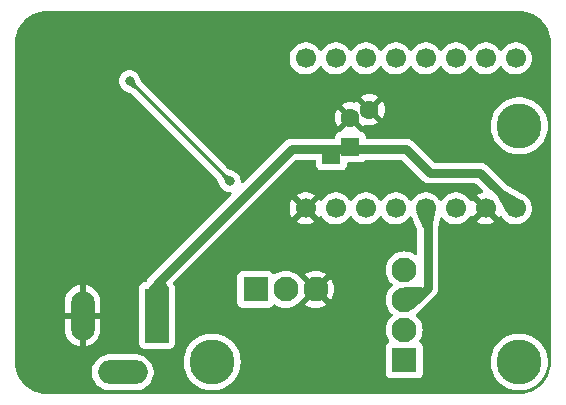
<source format=gbr>
%TF.GenerationSoftware,KiCad,Pcbnew,8.0.6*%
%TF.CreationDate,2024-11-06T21:14:03+01:00*%
%TF.ProjectId,ChocoEF,43686f63-6f45-4462-9e6b-696361645f70,rev?*%
%TF.SameCoordinates,Original*%
%TF.FileFunction,Copper,L2,Bot*%
%TF.FilePolarity,Positive*%
%FSLAX46Y46*%
G04 Gerber Fmt 4.6, Leading zero omitted, Abs format (unit mm)*
G04 Created by KiCad (PCBNEW 8.0.6) date 2024-11-06 21:14:03*
%MOMM*%
%LPD*%
G01*
G04 APERTURE LIST*
%TA.AperFunction,ComponentPad*%
%ADD10C,3.800000*%
%TD*%
%TA.AperFunction,ComponentPad*%
%ADD11O,4.200000X2.000000*%
%TD*%
%TA.AperFunction,ComponentPad*%
%ADD12O,2.000000X4.200000*%
%TD*%
%TA.AperFunction,ComponentPad*%
%ADD13R,2.000000X4.600000*%
%TD*%
%TA.AperFunction,ComponentPad*%
%ADD14R,2.100000X2.100000*%
%TD*%
%TA.AperFunction,ComponentPad*%
%ADD15C,2.100000*%
%TD*%
%TA.AperFunction,ComponentPad*%
%ADD16R,1.600000X1.600000*%
%TD*%
%TA.AperFunction,ComponentPad*%
%ADD17C,1.600000*%
%TD*%
%TA.AperFunction,ComponentPad*%
%ADD18C,1.700000*%
%TD*%
%TA.AperFunction,ViaPad*%
%ADD19C,0.800000*%
%TD*%
%TA.AperFunction,Conductor*%
%ADD20C,0.750000*%
%TD*%
%TA.AperFunction,Conductor*%
%ADD21C,0.250000*%
%TD*%
G04 APERTURE END LIST*
D10*
%TO.P,REF\u002A\u002A,1*%
%TO.N,N/C*%
X89000000Y-90000000D03*
%TD*%
%TO.P,REF\u002A\u002A,1*%
%TO.N,N/C*%
X115000000Y-90000000D03*
%TD*%
%TO.P,REF\u002A\u002A,1*%
%TO.N,N/C*%
X115000000Y-70000000D03*
%TD*%
D11*
%TO.P,J1,3*%
%TO.N,N/C*%
X81428000Y-90865600D03*
D12*
%TO.P,J1,2*%
%TO.N,GND*%
X78028000Y-86065600D03*
D13*
%TO.P,J1,1*%
%TO.N,VCC*%
X84328000Y-86065600D03*
%TD*%
D14*
%TO.P,J2,1,Pin_1*%
%TO.N,Net-(J2-Pin_1)*%
X105257600Y-89819400D03*
D15*
%TO.P,J2,2,Pin_2*%
%TO.N,Net-(J2-Pin_2)*%
X105257600Y-87279400D03*
%TO.P,J2,3,Pin_3*%
%TO.N,Net-(J2-Pin_3)*%
X105257600Y-84739400D03*
%TO.P,J2,4,Pin_4*%
%TO.N,Net-(J2-Pin_4)*%
X105257600Y-82199400D03*
%TD*%
D14*
%TO.P,J3,1,Pin_1*%
%TO.N,+3.3V*%
X92684600Y-83845400D03*
D15*
%TO.P,J3,2,Pin_2*%
%TO.N,TS_Data*%
X95224600Y-83845400D03*
%TO.P,J3,3,Pin_3*%
%TO.N,GND*%
X97764600Y-83845400D03*
%TD*%
D16*
%TO.P,C1,1*%
%TO.N,VCC*%
X99100000Y-72470937D03*
X100700000Y-71800000D03*
D17*
%TO.P,C1,2*%
%TO.N,GND*%
X100700000Y-69300000D03*
X102300000Y-68629063D03*
%TD*%
D18*
%TO.P,U2,16,DIR*%
%TO.N,DIR*%
X96910000Y-64300000D03*
%TO.P,U2,15,STP*%
%TO.N,STP*%
X99450000Y-64300000D03*
%TO.P,U2,14,SLP*%
%TO.N,SLP*%
X101990000Y-64300000D03*
%TO.P,U2,13,RST*%
%TO.N,RST*%
X104530000Y-64300000D03*
%TO.P,U2,12,MS3*%
%TO.N,MS3*%
X107070000Y-64300000D03*
%TO.P,U2,11,MS2*%
%TO.N,MS2*%
X109610000Y-64300000D03*
%TO.P,U2,10,MS1*%
%TO.N,MS1*%
X112150000Y-64300000D03*
%TO.P,U2,9,EN*%
%TO.N,EN*%
X114690000Y-64300000D03*
%TO.P,U2,8,GND*%
%TO.N,GND*%
X96910000Y-77000000D03*
%TO.P,U2,7,VIO*%
%TO.N,+3.3V*%
X99450000Y-77000000D03*
%TO.P,U2,6,A2*%
%TO.N,Net-(J2-Pin_1)*%
X101990000Y-77000000D03*
%TO.P,U2,5,A1*%
%TO.N,Net-(J2-Pin_2)*%
X104530000Y-77000000D03*
%TO.P,U2,4,B1*%
%TO.N,Net-(J2-Pin_3)*%
X107070000Y-77000000D03*
%TO.P,U2,3,B2*%
%TO.N,Net-(J2-Pin_4)*%
X109610000Y-77000000D03*
%TO.P,U2,2,GND*%
%TO.N,GND*%
X112150000Y-77000000D03*
%TO.P,U2,1,VMOT*%
%TO.N,VCC*%
X114690000Y-77000000D03*
%TD*%
D19*
%TO.N,GND*%
X77600490Y-65600490D03*
%TO.N,+3.3V*%
X82000000Y-66200000D03*
X90500000Y-74700000D03*
%TD*%
D20*
%TO.N,Net-(J2-Pin_3)*%
X106217800Y-84739400D02*
X105257600Y-84739400D01*
X107070000Y-77000000D02*
X107238800Y-77168800D01*
X107238800Y-77168800D02*
X107238800Y-83718400D01*
X107238800Y-83718400D02*
X106217800Y-84739400D01*
%TO.N,VCC*%
X95717677Y-71982323D02*
X84300000Y-83400000D01*
X84300000Y-83400000D02*
X84300000Y-86100000D01*
X107450000Y-74000000D02*
X105432323Y-71982323D01*
X111690000Y-74000000D02*
X107450000Y-74000000D01*
X105432323Y-71982323D02*
X95717677Y-71982323D01*
X114690000Y-77000000D02*
X111690000Y-74000000D01*
D21*
%TO.N,+3.3V*%
X90500000Y-74700000D02*
X82000000Y-66200000D01*
%TD*%
%TA.AperFunction,Conductor*%
%TO.N,GND*%
G36*
X115003525Y-60300697D02*
G01*
X115295185Y-60317077D01*
X115309221Y-60318658D01*
X115593727Y-60366998D01*
X115607485Y-60370138D01*
X115884792Y-60450029D01*
X115898123Y-60454694D01*
X116164742Y-60565131D01*
X116177452Y-60571252D01*
X116430026Y-60710844D01*
X116441985Y-60718358D01*
X116677341Y-60885352D01*
X116688388Y-60894162D01*
X116903558Y-61086450D01*
X116913549Y-61096441D01*
X117105837Y-61311611D01*
X117114647Y-61322658D01*
X117281641Y-61558014D01*
X117289158Y-61569978D01*
X117428740Y-61822533D01*
X117434871Y-61835264D01*
X117545304Y-62101873D01*
X117549971Y-62115210D01*
X117629859Y-62392506D01*
X117633003Y-62406281D01*
X117681340Y-62690776D01*
X117682922Y-62704817D01*
X117699302Y-62996474D01*
X117699500Y-63003539D01*
X117699500Y-89996460D01*
X117699302Y-90003525D01*
X117682922Y-90295182D01*
X117681340Y-90309223D01*
X117633003Y-90593718D01*
X117629859Y-90607493D01*
X117549971Y-90884789D01*
X117545304Y-90898126D01*
X117434871Y-91164735D01*
X117428740Y-91177466D01*
X117289158Y-91430021D01*
X117281641Y-91441985D01*
X117114647Y-91677341D01*
X117105837Y-91688388D01*
X116913549Y-91903558D01*
X116903558Y-91913549D01*
X116688388Y-92105837D01*
X116677341Y-92114647D01*
X116441985Y-92281641D01*
X116430021Y-92289158D01*
X116177466Y-92428740D01*
X116164735Y-92434871D01*
X115898126Y-92545304D01*
X115884789Y-92549971D01*
X115607493Y-92629859D01*
X115593718Y-92633003D01*
X115309223Y-92681340D01*
X115295182Y-92682922D01*
X115003526Y-92699302D01*
X114996461Y-92699500D01*
X75003539Y-92699500D01*
X74996474Y-92699302D01*
X74704817Y-92682922D01*
X74690776Y-92681340D01*
X74406281Y-92633003D01*
X74392506Y-92629859D01*
X74115210Y-92549971D01*
X74101873Y-92545304D01*
X73835264Y-92434871D01*
X73822539Y-92428743D01*
X73569978Y-92289158D01*
X73558014Y-92281641D01*
X73322658Y-92114647D01*
X73311611Y-92105837D01*
X73096441Y-91913549D01*
X73086450Y-91903558D01*
X72894162Y-91688388D01*
X72885352Y-91677341D01*
X72718358Y-91441985D01*
X72710841Y-91430021D01*
X72682035Y-91377900D01*
X72571252Y-91177452D01*
X72565131Y-91164742D01*
X72454694Y-90898123D01*
X72450028Y-90884789D01*
X72410296Y-90746878D01*
X78819500Y-90746878D01*
X78819500Y-90984322D01*
X78850091Y-91177466D01*
X78856645Y-91218846D01*
X78930016Y-91444658D01*
X78930018Y-91444663D01*
X79037815Y-91656227D01*
X79177380Y-91848322D01*
X79177382Y-91848324D01*
X79177384Y-91848327D01*
X79345272Y-92016215D01*
X79345275Y-92016217D01*
X79345278Y-92016220D01*
X79537373Y-92155785D01*
X79748937Y-92263582D01*
X79974759Y-92336956D01*
X80209278Y-92374100D01*
X80209281Y-92374100D01*
X82646719Y-92374100D01*
X82646722Y-92374100D01*
X82881241Y-92336956D01*
X83107063Y-92263582D01*
X83318627Y-92155785D01*
X83510722Y-92016220D01*
X83678620Y-91848322D01*
X83818185Y-91656227D01*
X83925982Y-91444663D01*
X83999356Y-91218841D01*
X84036500Y-90984322D01*
X84036500Y-90746878D01*
X83999356Y-90512359D01*
X83925982Y-90286537D01*
X83818185Y-90074973D01*
X83763709Y-89999993D01*
X86586738Y-89999993D01*
X86586738Y-90000006D01*
X86605765Y-90302449D01*
X86605767Y-90302466D01*
X86645806Y-90512353D01*
X86662555Y-90600154D01*
X86756206Y-90888381D01*
X86885242Y-91162598D01*
X86885244Y-91162601D01*
X86885247Y-91162607D01*
X87047624Y-91418473D01*
X87067075Y-91441985D01*
X87240808Y-91651992D01*
X87461729Y-91859450D01*
X87706910Y-92037584D01*
X87972483Y-92183585D01*
X88174527Y-92263580D01*
X88254255Y-92295147D01*
X88254258Y-92295147D01*
X88254261Y-92295149D01*
X88547800Y-92370516D01*
X88547806Y-92370516D01*
X88547807Y-92370517D01*
X88705384Y-92390423D01*
X88848470Y-92408500D01*
X88848473Y-92408500D01*
X89151527Y-92408500D01*
X89151530Y-92408500D01*
X89452200Y-92370516D01*
X89745739Y-92295149D01*
X90027517Y-92183585D01*
X90293090Y-92037584D01*
X90538271Y-91859450D01*
X90759192Y-91651992D01*
X90952370Y-91418480D01*
X90952372Y-91418475D01*
X90952375Y-91418473D01*
X91114752Y-91162607D01*
X91114758Y-91162598D01*
X91243794Y-90888381D01*
X91337445Y-90600154D01*
X91394233Y-90302462D01*
X91394234Y-90302449D01*
X91413262Y-90000006D01*
X91413262Y-89999993D01*
X91394234Y-89697550D01*
X91394232Y-89697533D01*
X91370937Y-89575417D01*
X91337445Y-89399846D01*
X91243794Y-89111619D01*
X91114758Y-88837402D01*
X91114752Y-88837392D01*
X90952375Y-88581526D01*
X90759192Y-88348008D01*
X90759190Y-88348006D01*
X90538270Y-88140549D01*
X90293092Y-87962417D01*
X90252386Y-87940038D01*
X90027517Y-87816415D01*
X89946414Y-87784304D01*
X89745744Y-87704852D01*
X89745737Y-87704850D01*
X89452192Y-87629482D01*
X89151544Y-87591501D01*
X89151532Y-87591500D01*
X89151530Y-87591500D01*
X88848470Y-87591500D01*
X88848467Y-87591500D01*
X88848455Y-87591501D01*
X88547807Y-87629482D01*
X88254262Y-87704850D01*
X88254255Y-87704852D01*
X87972483Y-87816415D01*
X87706907Y-87962417D01*
X87461730Y-88140549D01*
X87461729Y-88140549D01*
X87240809Y-88348006D01*
X87240807Y-88348008D01*
X87047624Y-88581526D01*
X86885247Y-88837392D01*
X86885240Y-88837406D01*
X86756209Y-89111612D01*
X86756207Y-89111616D01*
X86662556Y-89399842D01*
X86662554Y-89399850D01*
X86605767Y-89697533D01*
X86605765Y-89697550D01*
X86586738Y-89999993D01*
X83763709Y-89999993D01*
X83678620Y-89882878D01*
X83678617Y-89882875D01*
X83678615Y-89882872D01*
X83510727Y-89714984D01*
X83510724Y-89714982D01*
X83510722Y-89714980D01*
X83318627Y-89575415D01*
X83107063Y-89467618D01*
X83107060Y-89467617D01*
X83107058Y-89467616D01*
X82881246Y-89394245D01*
X82881242Y-89394244D01*
X82881241Y-89394244D01*
X82646722Y-89357100D01*
X80209278Y-89357100D01*
X79974759Y-89394244D01*
X79974753Y-89394245D01*
X79748941Y-89467616D01*
X79748935Y-89467619D01*
X79537369Y-89575417D01*
X79345275Y-89714982D01*
X79345272Y-89714984D01*
X79177384Y-89882872D01*
X79177382Y-89882875D01*
X79037817Y-90074969D01*
X78930019Y-90286535D01*
X78930016Y-90286541D01*
X78856645Y-90512353D01*
X78856644Y-90512358D01*
X78856644Y-90512359D01*
X78819500Y-90746878D01*
X72410296Y-90746878D01*
X72370138Y-90607485D01*
X72366998Y-90593727D01*
X72318658Y-90309221D01*
X72317077Y-90295182D01*
X72316591Y-90286535D01*
X72300698Y-90003525D01*
X72300500Y-89996460D01*
X72300500Y-84846921D01*
X76520000Y-84846921D01*
X76520000Y-85811600D01*
X77528000Y-85811600D01*
X77528000Y-86319600D01*
X76520000Y-86319600D01*
X76520000Y-87284278D01*
X76557133Y-87518729D01*
X76630480Y-87744467D01*
X76738245Y-87955967D01*
X76877764Y-88147998D01*
X76877766Y-88148001D01*
X77045598Y-88315833D01*
X77045601Y-88315835D01*
X77237632Y-88455354D01*
X77449132Y-88563119D01*
X77674871Y-88636466D01*
X77774000Y-88652166D01*
X77774000Y-87596302D01*
X77835007Y-87631525D01*
X77962174Y-87665600D01*
X78093826Y-87665600D01*
X78220993Y-87631525D01*
X78282000Y-87596302D01*
X78282000Y-88652166D01*
X78381128Y-88636466D01*
X78606867Y-88563119D01*
X78818367Y-88455354D01*
X79010398Y-88315835D01*
X79010401Y-88315833D01*
X79178233Y-88148001D01*
X79178235Y-88147998D01*
X79317754Y-87955967D01*
X79425519Y-87744467D01*
X79498866Y-87518729D01*
X79536000Y-87284278D01*
X79536000Y-86319600D01*
X78528000Y-86319600D01*
X78528000Y-85811600D01*
X79536000Y-85811600D01*
X79536000Y-84846921D01*
X79498866Y-84612470D01*
X79425519Y-84386732D01*
X79317754Y-84175232D01*
X79178235Y-83983201D01*
X79178233Y-83983198D01*
X79010401Y-83815366D01*
X79010398Y-83815364D01*
X78818367Y-83675845D01*
X78606867Y-83568080D01*
X78381128Y-83494733D01*
X78282000Y-83479032D01*
X78282000Y-84534897D01*
X78220993Y-84499675D01*
X78093826Y-84465600D01*
X77962174Y-84465600D01*
X77835007Y-84499675D01*
X77774000Y-84534897D01*
X77774000Y-83479032D01*
X77674871Y-83494733D01*
X77449132Y-83568080D01*
X77237632Y-83675845D01*
X77045601Y-83815364D01*
X77045598Y-83815366D01*
X76877766Y-83983198D01*
X76877764Y-83983201D01*
X76738245Y-84175232D01*
X76630480Y-84386732D01*
X76557133Y-84612470D01*
X76520000Y-84846921D01*
X72300500Y-84846921D01*
X72300500Y-66200000D01*
X81086496Y-66200000D01*
X81106457Y-66389927D01*
X81112883Y-66409703D01*
X81165473Y-66571556D01*
X81165476Y-66571561D01*
X81260958Y-66736941D01*
X81260965Y-66736951D01*
X81388744Y-66878864D01*
X81388743Y-66878864D01*
X81543245Y-66991116D01*
X81543248Y-66991118D01*
X81609330Y-67020539D01*
X81625734Y-67029349D01*
X81645977Y-67042233D01*
X81645981Y-67042235D01*
X81645989Y-67042240D01*
X82172443Y-67279858D01*
X82209703Y-67305607D01*
X89394390Y-74490294D01*
X89420137Y-74527551D01*
X89431244Y-74552158D01*
X89431245Y-74552159D01*
X89593642Y-74911957D01*
X89593643Y-74911958D01*
X89593644Y-74911963D01*
X89657753Y-75053997D01*
X89657768Y-75054029D01*
X89658940Y-75056340D01*
X89662740Y-75065542D01*
X89662786Y-75065522D01*
X89665474Y-75071558D01*
X89673421Y-75085324D01*
X89676684Y-75091348D01*
X89678716Y-75095357D01*
X89681876Y-75100362D01*
X89681721Y-75100459D01*
X89684904Y-75105212D01*
X89760960Y-75236944D01*
X89760962Y-75236947D01*
X89760965Y-75236951D01*
X89888744Y-75378864D01*
X89888747Y-75378866D01*
X90043248Y-75491118D01*
X90217712Y-75568794D01*
X90404513Y-75608500D01*
X90537852Y-75608500D01*
X90605973Y-75628502D01*
X90652466Y-75682158D01*
X90662570Y-75752432D01*
X90633076Y-75817012D01*
X90626947Y-75823595D01*
X84074539Y-82376001D01*
X84072213Y-82378269D01*
X84071892Y-82378573D01*
X84070220Y-82380320D01*
X83613739Y-82836803D01*
X83613738Y-82836805D01*
X83517052Y-82981505D01*
X83450450Y-83142296D01*
X83448653Y-83148221D01*
X83447699Y-83147931D01*
X83425800Y-83195315D01*
X83414753Y-83209278D01*
X83356800Y-83250290D01*
X83315939Y-83257100D01*
X83279350Y-83257100D01*
X83218803Y-83263609D01*
X83218795Y-83263611D01*
X83081797Y-83314710D01*
X83081792Y-83314712D01*
X82964738Y-83402338D01*
X82877112Y-83519392D01*
X82877110Y-83519397D01*
X82826011Y-83656395D01*
X82826009Y-83656403D01*
X82819500Y-83716950D01*
X82819500Y-88414249D01*
X82826009Y-88474796D01*
X82826011Y-88474804D01*
X82877110Y-88611802D01*
X82877112Y-88611807D01*
X82964738Y-88728861D01*
X83081792Y-88816487D01*
X83081794Y-88816488D01*
X83081796Y-88816489D01*
X83137839Y-88837392D01*
X83218795Y-88867588D01*
X83218803Y-88867590D01*
X83279350Y-88874099D01*
X83279355Y-88874099D01*
X83279362Y-88874100D01*
X83279368Y-88874100D01*
X85376632Y-88874100D01*
X85376638Y-88874100D01*
X85376645Y-88874099D01*
X85376649Y-88874099D01*
X85437196Y-88867590D01*
X85437199Y-88867589D01*
X85437201Y-88867589D01*
X85574204Y-88816489D01*
X85691261Y-88728861D01*
X85778889Y-88611804D01*
X85829989Y-88474801D01*
X85836500Y-88414238D01*
X85836500Y-83716962D01*
X85836342Y-83715499D01*
X85836034Y-83708728D01*
X85835821Y-83708740D01*
X85835569Y-83704253D01*
X85835570Y-83704240D01*
X85834434Y-83695358D01*
X85834432Y-83695349D01*
X85834172Y-83693668D01*
X85834235Y-83693658D01*
X85833314Y-83687336D01*
X85829989Y-83656399D01*
X85826926Y-83648188D01*
X85825185Y-83642895D01*
X85821664Y-83634004D01*
X85820754Y-83631637D01*
X85778890Y-83519397D01*
X85774570Y-83511486D01*
X85774688Y-83511421D01*
X85773304Y-83509140D01*
X85772980Y-83509326D01*
X85769952Y-83504035D01*
X85699657Y-83381222D01*
X85683178Y-83312169D01*
X85706649Y-83245164D01*
X85719911Y-83229545D01*
X86202706Y-82746750D01*
X91126100Y-82746750D01*
X91126100Y-84944049D01*
X91132609Y-85004596D01*
X91132611Y-85004604D01*
X91183710Y-85141602D01*
X91183712Y-85141607D01*
X91271338Y-85258661D01*
X91388392Y-85346287D01*
X91388394Y-85346288D01*
X91388396Y-85346289D01*
X91447475Y-85368324D01*
X91525395Y-85397388D01*
X91525403Y-85397390D01*
X91585950Y-85403899D01*
X91585955Y-85403899D01*
X91585962Y-85403900D01*
X91585968Y-85403900D01*
X93783232Y-85403900D01*
X93783238Y-85403900D01*
X93783245Y-85403899D01*
X93783249Y-85403899D01*
X93843796Y-85397390D01*
X93843799Y-85397389D01*
X93843801Y-85397389D01*
X93980804Y-85346289D01*
X93999620Y-85332204D01*
X94097861Y-85258661D01*
X94170628Y-85161456D01*
X94227463Y-85118909D01*
X94298279Y-85113844D01*
X94337326Y-85129530D01*
X94514868Y-85238327D01*
X94741508Y-85332205D01*
X94980043Y-85389472D01*
X95224600Y-85408719D01*
X95469157Y-85389472D01*
X95707692Y-85332205D01*
X95934332Y-85238327D01*
X96143496Y-85110152D01*
X96330033Y-84950833D01*
X96489352Y-84764296D01*
X96489360Y-84764281D01*
X96491104Y-84761882D01*
X96503957Y-84746831D01*
X97239616Y-84011171D01*
X97252082Y-84057692D01*
X97324490Y-84183108D01*
X97426892Y-84285510D01*
X97552308Y-84357918D01*
X97598826Y-84370382D01*
X96854347Y-85114860D01*
X96854347Y-85114862D01*
X97055091Y-85237879D01*
X97281664Y-85331728D01*
X97520121Y-85388976D01*
X97764600Y-85408217D01*
X98009078Y-85388976D01*
X98247535Y-85331728D01*
X98474108Y-85237879D01*
X98674851Y-85114862D01*
X98674852Y-85114861D01*
X97930373Y-84370382D01*
X97976892Y-84357918D01*
X98102308Y-84285510D01*
X98204710Y-84183108D01*
X98277118Y-84057692D01*
X98289582Y-84011173D01*
X99034061Y-84755652D01*
X99034062Y-84755651D01*
X99157079Y-84554908D01*
X99250928Y-84328335D01*
X99308176Y-84089878D01*
X99327417Y-83845400D01*
X99308176Y-83600921D01*
X99250928Y-83362464D01*
X99157079Y-83135891D01*
X99034062Y-82935147D01*
X99034060Y-82935147D01*
X98289582Y-83679625D01*
X98277118Y-83633108D01*
X98204710Y-83507692D01*
X98102308Y-83405290D01*
X97976892Y-83332882D01*
X97930373Y-83320417D01*
X98674851Y-82575938D01*
X98674851Y-82575937D01*
X98474103Y-82452918D01*
X98247535Y-82359071D01*
X98009078Y-82301823D01*
X97764600Y-82282582D01*
X97520121Y-82301823D01*
X97281664Y-82359071D01*
X97055096Y-82452918D01*
X96854347Y-82575937D01*
X96854347Y-82575938D01*
X97598826Y-83320417D01*
X97552308Y-83332882D01*
X97426892Y-83405290D01*
X97324490Y-83507692D01*
X97252082Y-83633108D01*
X97239617Y-83679626D01*
X96503957Y-82943966D01*
X96491117Y-82928934D01*
X96489357Y-82926512D01*
X96489352Y-82926504D01*
X96330033Y-82739967D01*
X96143496Y-82580648D01*
X96143494Y-82580646D01*
X96143492Y-82580645D01*
X95935058Y-82452918D01*
X95934332Y-82452473D01*
X95707692Y-82358595D01*
X95469157Y-82301328D01*
X95224600Y-82282081D01*
X94980043Y-82301328D01*
X94741507Y-82358595D01*
X94581245Y-82424978D01*
X94535428Y-82443957D01*
X94514866Y-82452474D01*
X94337330Y-82561267D01*
X94268797Y-82579805D01*
X94201120Y-82558348D01*
X94170628Y-82529343D01*
X94097861Y-82432138D01*
X93980807Y-82344512D01*
X93980802Y-82344510D01*
X93843804Y-82293411D01*
X93843796Y-82293409D01*
X93783249Y-82286900D01*
X93783238Y-82286900D01*
X91585962Y-82286900D01*
X91585950Y-82286900D01*
X91525403Y-82293409D01*
X91525395Y-82293411D01*
X91388397Y-82344510D01*
X91388392Y-82344512D01*
X91271338Y-82432138D01*
X91183712Y-82549192D01*
X91183710Y-82549197D01*
X91132611Y-82686195D01*
X91132609Y-82686203D01*
X91126100Y-82746750D01*
X86202706Y-82746750D01*
X96046729Y-72902728D01*
X96109041Y-72868702D01*
X96135824Y-72865823D01*
X97665500Y-72865823D01*
X97733621Y-72885825D01*
X97780114Y-72939481D01*
X97791500Y-72991823D01*
X97791500Y-73319586D01*
X97798009Y-73380133D01*
X97798011Y-73380141D01*
X97849110Y-73517139D01*
X97849112Y-73517144D01*
X97936738Y-73634198D01*
X98053792Y-73721824D01*
X98053794Y-73721825D01*
X98053796Y-73721826D01*
X98112875Y-73743861D01*
X98190795Y-73772925D01*
X98190803Y-73772927D01*
X98251350Y-73779436D01*
X98251355Y-73779436D01*
X98251362Y-73779437D01*
X98251368Y-73779437D01*
X99948632Y-73779437D01*
X99948638Y-73779437D01*
X99948645Y-73779436D01*
X99948649Y-73779436D01*
X100009196Y-73772927D01*
X100009199Y-73772926D01*
X100009201Y-73772926D01*
X100146204Y-73721826D01*
X100263261Y-73634198D01*
X100350889Y-73517141D01*
X100401989Y-73380138D01*
X100408500Y-73319575D01*
X100408500Y-73234500D01*
X100428502Y-73166379D01*
X100482158Y-73119886D01*
X100534500Y-73108500D01*
X101548632Y-73108500D01*
X101548638Y-73108500D01*
X101548645Y-73108499D01*
X101548649Y-73108499D01*
X101609196Y-73101990D01*
X101609199Y-73101989D01*
X101609201Y-73101989D01*
X101746204Y-73050889D01*
X101863261Y-72963261D01*
X101898404Y-72916314D01*
X101955240Y-72873768D01*
X101999273Y-72865823D01*
X105014175Y-72865823D01*
X105082296Y-72885825D01*
X105103270Y-72902728D01*
X106886793Y-74686252D01*
X106886797Y-74686255D01*
X106886801Y-74686259D01*
X106983490Y-74750864D01*
X107031506Y-74782948D01*
X107125692Y-74821961D01*
X107125693Y-74821962D01*
X107192292Y-74849548D01*
X107220613Y-74855181D01*
X107220616Y-74855181D01*
X107362983Y-74883500D01*
X111271852Y-74883500D01*
X111339973Y-74903502D01*
X111360947Y-74920405D01*
X111903010Y-75462468D01*
X111937036Y-75524780D01*
X111931971Y-75595595D01*
X111889424Y-75652431D01*
X111834654Y-75675844D01*
X111815502Y-75679039D01*
X111815483Y-75679044D01*
X111602630Y-75752116D01*
X111602628Y-75752118D01*
X111404700Y-75859230D01*
X111404693Y-75859235D01*
X111384311Y-75875099D01*
X111384310Y-75875100D01*
X112109210Y-76600000D01*
X112097339Y-76600000D01*
X111995606Y-76627259D01*
X111904394Y-76679920D01*
X111829920Y-76754394D01*
X111777259Y-76845606D01*
X111750000Y-76947339D01*
X111750000Y-76959210D01*
X111026921Y-76236131D01*
X111026919Y-76236132D01*
X110985781Y-76299100D01*
X110931777Y-76345189D01*
X110861430Y-76354764D01*
X110797072Y-76324787D01*
X110774816Y-76299101D01*
X110733676Y-76236131D01*
X110685724Y-76162734D01*
X110685720Y-76162729D01*
X110533237Y-75997091D01*
X110451382Y-75933381D01*
X110355576Y-75858811D01*
X110157574Y-75751658D01*
X110157572Y-75751657D01*
X110157571Y-75751656D01*
X109944639Y-75678557D01*
X109944630Y-75678555D01*
X109900476Y-75671187D01*
X109722569Y-75641500D01*
X109497431Y-75641500D01*
X109349211Y-75666233D01*
X109275369Y-75678555D01*
X109275360Y-75678557D01*
X109062428Y-75751656D01*
X109062426Y-75751658D01*
X108864432Y-75858807D01*
X108864426Y-75858810D01*
X108864424Y-75858811D01*
X108686762Y-75997091D01*
X108534279Y-76162729D01*
X108445483Y-76298643D01*
X108391479Y-76344731D01*
X108321131Y-76354306D01*
X108256774Y-76324329D01*
X108234517Y-76298643D01*
X108145720Y-76162729D01*
X107993237Y-75997091D01*
X107911382Y-75933381D01*
X107815576Y-75858811D01*
X107617574Y-75751658D01*
X107617572Y-75751657D01*
X107617571Y-75751656D01*
X107404639Y-75678557D01*
X107404630Y-75678555D01*
X107360476Y-75671187D01*
X107182569Y-75641500D01*
X106957431Y-75641500D01*
X106809211Y-75666233D01*
X106735369Y-75678555D01*
X106735360Y-75678557D01*
X106522428Y-75751656D01*
X106522426Y-75751658D01*
X106324432Y-75858807D01*
X106324426Y-75858810D01*
X106324424Y-75858811D01*
X106146762Y-75997091D01*
X105994279Y-76162729D01*
X105905483Y-76298643D01*
X105851479Y-76344731D01*
X105781131Y-76354306D01*
X105716774Y-76324329D01*
X105694517Y-76298643D01*
X105605720Y-76162729D01*
X105453237Y-75997091D01*
X105371382Y-75933381D01*
X105275576Y-75858811D01*
X105077574Y-75751658D01*
X105077572Y-75751657D01*
X105077571Y-75751656D01*
X104864639Y-75678557D01*
X104864630Y-75678555D01*
X104820476Y-75671187D01*
X104642569Y-75641500D01*
X104417431Y-75641500D01*
X104269211Y-75666233D01*
X104195369Y-75678555D01*
X104195360Y-75678557D01*
X103982428Y-75751656D01*
X103982426Y-75751658D01*
X103784432Y-75858807D01*
X103784426Y-75858810D01*
X103784424Y-75858811D01*
X103606762Y-75997091D01*
X103454279Y-76162729D01*
X103365483Y-76298643D01*
X103311479Y-76344731D01*
X103241131Y-76354306D01*
X103176774Y-76324329D01*
X103154517Y-76298643D01*
X103065720Y-76162729D01*
X102913237Y-75997091D01*
X102831382Y-75933381D01*
X102735576Y-75858811D01*
X102537574Y-75751658D01*
X102537572Y-75751657D01*
X102537571Y-75751656D01*
X102324639Y-75678557D01*
X102324630Y-75678555D01*
X102280476Y-75671187D01*
X102102569Y-75641500D01*
X101877431Y-75641500D01*
X101729211Y-75666233D01*
X101655369Y-75678555D01*
X101655360Y-75678557D01*
X101442428Y-75751656D01*
X101442426Y-75751658D01*
X101244432Y-75858807D01*
X101244426Y-75858810D01*
X101244424Y-75858811D01*
X101066762Y-75997091D01*
X100914279Y-76162729D01*
X100825483Y-76298643D01*
X100771479Y-76344731D01*
X100701131Y-76354306D01*
X100636774Y-76324329D01*
X100614517Y-76298643D01*
X100525720Y-76162729D01*
X100373237Y-75997091D01*
X100291382Y-75933381D01*
X100195576Y-75858811D01*
X99997574Y-75751658D01*
X99997572Y-75751657D01*
X99997571Y-75751656D01*
X99784639Y-75678557D01*
X99784630Y-75678555D01*
X99740476Y-75671187D01*
X99562569Y-75641500D01*
X99337431Y-75641500D01*
X99189211Y-75666233D01*
X99115369Y-75678555D01*
X99115360Y-75678557D01*
X98902428Y-75751656D01*
X98902426Y-75751658D01*
X98704432Y-75858807D01*
X98704426Y-75858810D01*
X98704424Y-75858811D01*
X98526762Y-75997091D01*
X98374279Y-76162729D01*
X98285183Y-76299101D01*
X98231179Y-76345189D01*
X98160831Y-76354764D01*
X98096474Y-76324786D01*
X98074217Y-76299100D01*
X98033078Y-76236132D01*
X97310000Y-76959209D01*
X97310000Y-76947339D01*
X97282741Y-76845606D01*
X97230080Y-76754394D01*
X97155606Y-76679920D01*
X97064394Y-76627259D01*
X96962661Y-76600000D01*
X96950789Y-76600000D01*
X97675688Y-75875100D01*
X97675687Y-75875099D01*
X97655308Y-75859237D01*
X97655298Y-75859231D01*
X97457371Y-75752117D01*
X97457369Y-75752116D01*
X97244516Y-75679044D01*
X97244509Y-75679042D01*
X97022523Y-75642000D01*
X96797477Y-75642000D01*
X96575490Y-75679042D01*
X96575483Y-75679044D01*
X96362630Y-75752116D01*
X96362628Y-75752118D01*
X96164700Y-75859230D01*
X96164693Y-75859235D01*
X96144311Y-75875099D01*
X96144310Y-75875100D01*
X96869210Y-76600000D01*
X96857339Y-76600000D01*
X96755606Y-76627259D01*
X96664394Y-76679920D01*
X96589920Y-76754394D01*
X96537259Y-76845606D01*
X96510000Y-76947339D01*
X96510000Y-76959210D01*
X95786921Y-76236131D01*
X95786920Y-76236132D01*
X95711586Y-76351439D01*
X95711579Y-76351453D01*
X95621179Y-76557543D01*
X95621176Y-76557550D01*
X95565932Y-76775707D01*
X95547346Y-77000000D01*
X95565932Y-77224292D01*
X95621176Y-77442449D01*
X95621179Y-77442456D01*
X95711580Y-77648548D01*
X95786921Y-77763866D01*
X96510000Y-77040787D01*
X96510000Y-77052661D01*
X96537259Y-77154394D01*
X96589920Y-77245606D01*
X96664394Y-77320080D01*
X96755606Y-77372741D01*
X96857339Y-77400000D01*
X96869209Y-77400000D01*
X96144310Y-78124898D01*
X96164697Y-78140766D01*
X96164701Y-78140768D01*
X96362628Y-78247882D01*
X96362630Y-78247883D01*
X96575483Y-78320955D01*
X96575490Y-78320957D01*
X96797477Y-78358000D01*
X97022523Y-78358000D01*
X97244509Y-78320957D01*
X97244516Y-78320955D01*
X97457369Y-78247883D01*
X97457371Y-78247881D01*
X97655298Y-78140769D01*
X97675688Y-78124898D01*
X96950790Y-77400000D01*
X96962661Y-77400000D01*
X97064394Y-77372741D01*
X97155606Y-77320080D01*
X97230080Y-77245606D01*
X97282741Y-77154394D01*
X97310000Y-77052661D01*
X97310000Y-77040789D01*
X98033077Y-77763866D01*
X98033078Y-77763866D01*
X98074217Y-77700899D01*
X98128221Y-77654810D01*
X98198568Y-77645235D01*
X98262926Y-77675212D01*
X98285183Y-77700898D01*
X98374279Y-77837270D01*
X98526762Y-78002908D01*
X98581331Y-78045381D01*
X98704424Y-78141189D01*
X98902426Y-78248342D01*
X98902427Y-78248342D01*
X98902428Y-78248343D01*
X99014227Y-78286723D01*
X99115365Y-78321444D01*
X99337431Y-78358500D01*
X99337435Y-78358500D01*
X99562565Y-78358500D01*
X99562569Y-78358500D01*
X99784635Y-78321444D01*
X99997574Y-78248342D01*
X100195576Y-78141189D01*
X100373240Y-78002906D01*
X100525722Y-77837268D01*
X100614518Y-77701354D01*
X100668520Y-77655268D01*
X100738868Y-77645692D01*
X100803225Y-77675669D01*
X100825480Y-77701353D01*
X100837359Y-77719534D01*
X100914275Y-77837265D01*
X100914279Y-77837270D01*
X101066762Y-78002908D01*
X101121331Y-78045381D01*
X101244424Y-78141189D01*
X101442426Y-78248342D01*
X101442427Y-78248342D01*
X101442428Y-78248343D01*
X101554227Y-78286723D01*
X101655365Y-78321444D01*
X101877431Y-78358500D01*
X101877435Y-78358500D01*
X102102565Y-78358500D01*
X102102569Y-78358500D01*
X102324635Y-78321444D01*
X102537574Y-78248342D01*
X102735576Y-78141189D01*
X102913240Y-78002906D01*
X103065722Y-77837268D01*
X103154518Y-77701354D01*
X103208520Y-77655268D01*
X103278868Y-77645692D01*
X103343225Y-77675669D01*
X103365480Y-77701353D01*
X103377359Y-77719534D01*
X103454275Y-77837265D01*
X103454279Y-77837270D01*
X103606762Y-78002908D01*
X103661331Y-78045381D01*
X103784424Y-78141189D01*
X103982426Y-78248342D01*
X103982427Y-78248342D01*
X103982428Y-78248343D01*
X104094227Y-78286723D01*
X104195365Y-78321444D01*
X104417431Y-78358500D01*
X104417435Y-78358500D01*
X104642565Y-78358500D01*
X104642569Y-78358500D01*
X104864635Y-78321444D01*
X105077574Y-78248342D01*
X105275576Y-78141189D01*
X105453240Y-78002906D01*
X105605722Y-77837268D01*
X105682643Y-77719531D01*
X105736644Y-77673445D01*
X105806991Y-77663869D01*
X105871349Y-77693846D01*
X105903801Y-77738499D01*
X106200540Y-78425721D01*
X106344977Y-78760223D01*
X106355300Y-78810172D01*
X106355300Y-80819230D01*
X106335298Y-80887351D01*
X106281642Y-80933844D01*
X106211368Y-80943948D01*
X106163466Y-80926663D01*
X106084754Y-80878428D01*
X105967332Y-80806473D01*
X105740692Y-80712595D01*
X105502157Y-80655328D01*
X105257600Y-80636081D01*
X105013043Y-80655328D01*
X104774507Y-80712595D01*
X104547866Y-80806474D01*
X104338707Y-80934645D01*
X104152167Y-81093967D01*
X103992845Y-81280507D01*
X103864674Y-81489666D01*
X103864673Y-81489668D01*
X103770795Y-81716308D01*
X103713528Y-81954843D01*
X103694281Y-82199400D01*
X103713528Y-82443957D01*
X103770795Y-82682492D01*
X103864673Y-82909132D01*
X103864674Y-82909133D01*
X103992845Y-83118292D01*
X103992846Y-83118294D01*
X103992848Y-83118296D01*
X104152167Y-83304833D01*
X104185008Y-83332882D01*
X104232669Y-83373589D01*
X104271478Y-83433040D01*
X104271984Y-83504035D01*
X104234028Y-83564033D01*
X104232669Y-83565211D01*
X104152167Y-83633967D01*
X103992845Y-83820507D01*
X103864674Y-84029666D01*
X103801116Y-84183108D01*
X103770795Y-84256308D01*
X103713528Y-84494843D01*
X103694281Y-84739400D01*
X103713528Y-84983957D01*
X103770795Y-85222492D01*
X103864673Y-85449132D01*
X103864674Y-85449133D01*
X103992845Y-85658292D01*
X103992846Y-85658294D01*
X103992848Y-85658296D01*
X104152167Y-85844833D01*
X104218503Y-85901489D01*
X104232669Y-85913589D01*
X104271478Y-85973040D01*
X104271984Y-86044035D01*
X104234028Y-86104033D01*
X104232669Y-86105211D01*
X104152167Y-86173967D01*
X103992845Y-86360507D01*
X103864674Y-86569666D01*
X103864673Y-86569668D01*
X103770795Y-86796308D01*
X103713528Y-87034843D01*
X103694281Y-87279400D01*
X103713528Y-87523957D01*
X103770795Y-87762492D01*
X103864673Y-87989132D01*
X103864674Y-87989133D01*
X103973467Y-88166670D01*
X103992005Y-88235203D01*
X103970548Y-88302880D01*
X103941543Y-88333372D01*
X103844338Y-88406138D01*
X103756712Y-88523192D01*
X103756710Y-88523197D01*
X103705611Y-88660195D01*
X103705609Y-88660203D01*
X103699100Y-88720750D01*
X103699100Y-90918049D01*
X103705609Y-90978596D01*
X103705611Y-90978604D01*
X103756710Y-91115602D01*
X103756712Y-91115607D01*
X103844338Y-91232661D01*
X103961392Y-91320287D01*
X103961394Y-91320288D01*
X103961396Y-91320289D01*
X104020475Y-91342324D01*
X104098395Y-91371388D01*
X104098403Y-91371390D01*
X104158950Y-91377899D01*
X104158955Y-91377899D01*
X104158962Y-91377900D01*
X104158968Y-91377900D01*
X106356232Y-91377900D01*
X106356238Y-91377900D01*
X106356245Y-91377899D01*
X106356249Y-91377899D01*
X106416796Y-91371390D01*
X106416799Y-91371389D01*
X106416801Y-91371389D01*
X106553804Y-91320289D01*
X106670861Y-91232661D01*
X106723310Y-91162598D01*
X106758487Y-91115607D01*
X106758487Y-91115606D01*
X106758489Y-91115604D01*
X106809589Y-90978601D01*
X106816100Y-90918038D01*
X106816100Y-89999993D01*
X112586738Y-89999993D01*
X112586738Y-90000006D01*
X112605765Y-90302449D01*
X112605767Y-90302466D01*
X112645806Y-90512353D01*
X112662555Y-90600154D01*
X112756206Y-90888381D01*
X112885242Y-91162598D01*
X112885244Y-91162601D01*
X112885247Y-91162607D01*
X113047624Y-91418473D01*
X113067075Y-91441985D01*
X113240808Y-91651992D01*
X113461729Y-91859450D01*
X113706910Y-92037584D01*
X113972483Y-92183585D01*
X114174527Y-92263580D01*
X114254255Y-92295147D01*
X114254258Y-92295147D01*
X114254261Y-92295149D01*
X114547800Y-92370516D01*
X114547806Y-92370516D01*
X114547807Y-92370517D01*
X114705384Y-92390423D01*
X114848470Y-92408500D01*
X114848473Y-92408500D01*
X115151527Y-92408500D01*
X115151530Y-92408500D01*
X115452200Y-92370516D01*
X115745739Y-92295149D01*
X116027517Y-92183585D01*
X116293090Y-92037584D01*
X116538271Y-91859450D01*
X116759192Y-91651992D01*
X116952370Y-91418480D01*
X116952372Y-91418475D01*
X116952375Y-91418473D01*
X117114752Y-91162607D01*
X117114758Y-91162598D01*
X117243794Y-90888381D01*
X117337445Y-90600154D01*
X117394233Y-90302462D01*
X117394234Y-90302449D01*
X117413262Y-90000006D01*
X117413262Y-89999993D01*
X117394234Y-89697550D01*
X117394232Y-89697533D01*
X117370937Y-89575417D01*
X117337445Y-89399846D01*
X117243794Y-89111619D01*
X117114758Y-88837402D01*
X117114752Y-88837392D01*
X116952375Y-88581526D01*
X116759192Y-88348008D01*
X116759190Y-88348006D01*
X116538270Y-88140549D01*
X116293092Y-87962417D01*
X116252386Y-87940038D01*
X116027517Y-87816415D01*
X115946414Y-87784304D01*
X115745744Y-87704852D01*
X115745737Y-87704850D01*
X115452192Y-87629482D01*
X115151544Y-87591501D01*
X115151532Y-87591500D01*
X115151530Y-87591500D01*
X114848470Y-87591500D01*
X114848467Y-87591500D01*
X114848455Y-87591501D01*
X114547807Y-87629482D01*
X114254262Y-87704850D01*
X114254255Y-87704852D01*
X113972483Y-87816415D01*
X113706907Y-87962417D01*
X113461730Y-88140549D01*
X113461729Y-88140549D01*
X113240809Y-88348006D01*
X113240807Y-88348008D01*
X113047624Y-88581526D01*
X112885247Y-88837392D01*
X112885240Y-88837406D01*
X112756209Y-89111612D01*
X112756207Y-89111616D01*
X112662556Y-89399842D01*
X112662554Y-89399850D01*
X112605767Y-89697533D01*
X112605765Y-89697550D01*
X112586738Y-89999993D01*
X106816100Y-89999993D01*
X106816100Y-88720762D01*
X106816099Y-88720750D01*
X106809590Y-88660203D01*
X106809588Y-88660195D01*
X106758489Y-88523197D01*
X106758487Y-88523192D01*
X106670862Y-88406140D01*
X106670859Y-88406138D01*
X106627410Y-88373612D01*
X106573655Y-88333371D01*
X106531109Y-88276535D01*
X106526045Y-88205719D01*
X106541729Y-88166675D01*
X106650527Y-87989132D01*
X106744405Y-87762492D01*
X106801672Y-87523957D01*
X106820919Y-87279400D01*
X106801672Y-87034843D01*
X106744405Y-86796308D01*
X106650527Y-86569668D01*
X106522352Y-86360504D01*
X106363033Y-86173967D01*
X106282529Y-86105209D01*
X106243721Y-86045760D01*
X106243215Y-85974766D01*
X106281171Y-85914767D01*
X106282531Y-85913589D01*
X106363025Y-85844840D01*
X106363026Y-85844838D01*
X106363033Y-85844833D01*
X106363038Y-85844826D01*
X106365206Y-85842659D01*
X106369218Y-85838931D01*
X106370614Y-85837540D01*
X106370618Y-85837538D01*
X107618954Y-84594736D01*
X107629439Y-84583988D01*
X107629457Y-84583969D01*
X107656505Y-84553026D01*
X107656512Y-84553012D01*
X107658176Y-84550717D01*
X107671125Y-84535531D01*
X107925059Y-84281599D01*
X108021747Y-84136895D01*
X108021748Y-84136894D01*
X108088348Y-83976107D01*
X108088410Y-83975798D01*
X108095615Y-83939575D01*
X108122300Y-83805417D01*
X108122300Y-78751896D01*
X108124375Y-78729125D01*
X108192476Y-78358500D01*
X108285280Y-77853426D01*
X108317263Y-77790044D01*
X108378437Y-77754013D01*
X108449380Y-77756776D01*
X108507568Y-77797454D01*
X108514688Y-77807284D01*
X108534275Y-77837264D01*
X108534279Y-77837270D01*
X108686762Y-78002908D01*
X108741331Y-78045381D01*
X108864424Y-78141189D01*
X109062426Y-78248342D01*
X109062427Y-78248342D01*
X109062428Y-78248343D01*
X109174227Y-78286723D01*
X109275365Y-78321444D01*
X109497431Y-78358500D01*
X109497435Y-78358500D01*
X109722565Y-78358500D01*
X109722569Y-78358500D01*
X109944635Y-78321444D01*
X110157574Y-78248342D01*
X110355576Y-78141189D01*
X110533240Y-78002906D01*
X110685722Y-77837268D01*
X110774816Y-77700898D01*
X110828819Y-77654810D01*
X110899167Y-77645235D01*
X110963524Y-77675212D01*
X110985782Y-77700899D01*
X111026920Y-77763866D01*
X111026921Y-77763866D01*
X111750000Y-77040787D01*
X111750000Y-77052661D01*
X111777259Y-77154394D01*
X111829920Y-77245606D01*
X111904394Y-77320080D01*
X111995606Y-77372741D01*
X112097339Y-77400000D01*
X112109209Y-77400000D01*
X111384310Y-78124898D01*
X111404697Y-78140766D01*
X111404701Y-78140768D01*
X111602628Y-78247882D01*
X111602630Y-78247883D01*
X111815483Y-78320955D01*
X111815490Y-78320957D01*
X112037477Y-78358000D01*
X112262523Y-78358000D01*
X112484509Y-78320957D01*
X112484516Y-78320955D01*
X112697369Y-78247883D01*
X112697371Y-78247881D01*
X112895298Y-78140769D01*
X112915688Y-78124898D01*
X112190790Y-77400000D01*
X112202661Y-77400000D01*
X112304394Y-77372741D01*
X112395606Y-77320080D01*
X112470080Y-77245606D01*
X112522741Y-77154394D01*
X112550000Y-77052661D01*
X112550000Y-77040790D01*
X113273076Y-77763866D01*
X113273078Y-77763866D01*
X113314217Y-77700899D01*
X113368221Y-77654810D01*
X113438568Y-77645235D01*
X113502926Y-77675212D01*
X113525183Y-77700898D01*
X113614279Y-77837270D01*
X113766762Y-78002908D01*
X113821331Y-78045381D01*
X113944424Y-78141189D01*
X114142426Y-78248342D01*
X114142427Y-78248342D01*
X114142428Y-78248343D01*
X114254227Y-78286723D01*
X114355365Y-78321444D01*
X114577431Y-78358500D01*
X114577435Y-78358500D01*
X114802565Y-78358500D01*
X114802569Y-78358500D01*
X115024635Y-78321444D01*
X115237574Y-78248342D01*
X115435576Y-78141189D01*
X115613240Y-78002906D01*
X115765722Y-77837268D01*
X115888860Y-77648791D01*
X115979296Y-77442616D01*
X116034564Y-77224368D01*
X116053156Y-77000000D01*
X116034564Y-76775632D01*
X116029186Y-76754394D01*
X115979297Y-76557387D01*
X115979296Y-76557386D01*
X115979296Y-76557384D01*
X115888860Y-76351209D01*
X115871597Y-76324786D01*
X115765724Y-76162734D01*
X115765720Y-76162729D01*
X115613237Y-75997091D01*
X115531382Y-75933381D01*
X115435576Y-75858811D01*
X115435569Y-75858807D01*
X115259463Y-75763502D01*
X115251794Y-75758995D01*
X115250092Y-75757912D01*
X114063961Y-75117061D01*
X114034759Y-75095301D01*
X112253204Y-73313745D01*
X112253198Y-73313740D01*
X112205183Y-73281657D01*
X112108495Y-73217052D01*
X111947708Y-73150452D01*
X111777020Y-73116500D01*
X111777017Y-73116500D01*
X107868148Y-73116500D01*
X107800027Y-73096498D01*
X107779053Y-73079595D01*
X105995527Y-71296068D01*
X105995521Y-71296063D01*
X105947506Y-71263980D01*
X105850818Y-71199375D01*
X105690031Y-71132775D01*
X105519343Y-71098823D01*
X105519340Y-71098823D01*
X102134500Y-71098823D01*
X102066379Y-71078821D01*
X102019886Y-71025165D01*
X102008500Y-70972823D01*
X102008500Y-70951367D01*
X102008499Y-70951350D01*
X102001990Y-70890803D01*
X102001988Y-70890795D01*
X101950889Y-70753797D01*
X101950887Y-70753792D01*
X101863261Y-70636738D01*
X101746207Y-70549112D01*
X101746202Y-70549110D01*
X101609204Y-70498011D01*
X101609196Y-70498009D01*
X101545283Y-70491139D01*
X101545394Y-70490103D01*
X101482528Y-70467916D01*
X101438982Y-70411842D01*
X101436672Y-70395881D01*
X100740791Y-69700000D01*
X100752661Y-69700000D01*
X100854394Y-69672741D01*
X100945606Y-69620080D01*
X101020080Y-69545606D01*
X101072741Y-69454394D01*
X101100000Y-69352661D01*
X101100000Y-69340790D01*
X101787097Y-70027888D01*
X101787099Y-70027888D01*
X101806631Y-69999993D01*
X112586738Y-69999993D01*
X112586738Y-70000006D01*
X112605765Y-70302449D01*
X112605767Y-70302466D01*
X112643070Y-70498011D01*
X112662555Y-70600154D01*
X112756206Y-70888381D01*
X112885242Y-71162598D01*
X112885244Y-71162601D01*
X112885247Y-71162607D01*
X113047624Y-71418473D01*
X113047630Y-71418480D01*
X113240808Y-71651992D01*
X113461729Y-71859450D01*
X113706910Y-72037584D01*
X113972483Y-72183585D01*
X114177322Y-72264686D01*
X114254255Y-72295147D01*
X114254258Y-72295147D01*
X114254261Y-72295149D01*
X114547800Y-72370516D01*
X114547806Y-72370516D01*
X114547807Y-72370517D01*
X114705384Y-72390423D01*
X114848470Y-72408500D01*
X114848473Y-72408500D01*
X115151527Y-72408500D01*
X115151530Y-72408500D01*
X115452200Y-72370516D01*
X115745739Y-72295149D01*
X116027517Y-72183585D01*
X116293090Y-72037584D01*
X116538271Y-71859450D01*
X116759192Y-71651992D01*
X116952370Y-71418480D01*
X116952372Y-71418475D01*
X116952375Y-71418473D01*
X117059399Y-71249828D01*
X117114758Y-71162598D01*
X117243794Y-70888381D01*
X117337445Y-70600154D01*
X117394233Y-70302462D01*
X117394234Y-70302449D01*
X117413262Y-70000006D01*
X117413262Y-69999993D01*
X117394234Y-69697550D01*
X117394232Y-69697533D01*
X117389503Y-69672741D01*
X117337445Y-69399846D01*
X117243794Y-69111619D01*
X117114758Y-68837402D01*
X117114752Y-68837392D01*
X116952375Y-68581526D01*
X116759192Y-68348008D01*
X116759190Y-68348006D01*
X116538270Y-68140549D01*
X116293092Y-67962417D01*
X116181688Y-67901172D01*
X116027517Y-67816415D01*
X115946414Y-67784304D01*
X115745744Y-67704852D01*
X115745737Y-67704850D01*
X115452192Y-67629482D01*
X115151544Y-67591501D01*
X115151532Y-67591500D01*
X115151530Y-67591500D01*
X114848470Y-67591500D01*
X114848467Y-67591500D01*
X114848455Y-67591501D01*
X114547807Y-67629482D01*
X114254262Y-67704850D01*
X114254255Y-67704852D01*
X113972483Y-67816415D01*
X113706907Y-67962417D01*
X113461730Y-68140549D01*
X113461729Y-68140549D01*
X113240809Y-68348006D01*
X113240807Y-68348008D01*
X113047624Y-68581526D01*
X112885247Y-68837392D01*
X112885240Y-68837406D01*
X112756209Y-69111612D01*
X112756207Y-69111616D01*
X112662556Y-69399842D01*
X112662554Y-69399850D01*
X112605767Y-69697533D01*
X112605765Y-69697550D01*
X112586738Y-69999993D01*
X101806631Y-69999993D01*
X101837089Y-69956495D01*
X101837412Y-69955937D01*
X101837618Y-69955740D01*
X101840243Y-69951992D01*
X101840996Y-69952519D01*
X101888795Y-69906943D01*
X101958509Y-69893508D01*
X101979142Y-69897230D01*
X102072001Y-69922111D01*
X102300000Y-69942058D01*
X102528002Y-69922111D01*
X102749068Y-69862876D01*
X102749073Y-69862874D01*
X102956497Y-69766151D01*
X103027888Y-69716162D01*
X103027888Y-69716161D01*
X102340789Y-69029063D01*
X102352661Y-69029063D01*
X102454394Y-69001804D01*
X102545606Y-68949143D01*
X102620080Y-68874669D01*
X102672741Y-68783457D01*
X102700000Y-68681724D01*
X102700000Y-68669854D01*
X103387097Y-69356951D01*
X103387099Y-69356951D01*
X103437088Y-69285560D01*
X103533811Y-69078136D01*
X103533813Y-69078131D01*
X103593048Y-68857065D01*
X103612995Y-68629063D01*
X103593048Y-68401060D01*
X103533813Y-68179994D01*
X103533811Y-68179989D01*
X103437086Y-67972561D01*
X103387100Y-67901173D01*
X103387098Y-67901173D01*
X102700000Y-68588271D01*
X102700000Y-68576402D01*
X102672741Y-68474669D01*
X102620080Y-68383457D01*
X102545606Y-68308983D01*
X102454394Y-68256322D01*
X102352661Y-68229063D01*
X102340790Y-68229063D01*
X103027888Y-67541962D01*
X103027888Y-67541961D01*
X102956501Y-67491976D01*
X102749073Y-67395251D01*
X102749068Y-67395249D01*
X102528000Y-67336014D01*
X102528004Y-67336014D01*
X102300000Y-67316067D01*
X102071997Y-67336014D01*
X101850931Y-67395249D01*
X101850926Y-67395251D01*
X101643500Y-67491976D01*
X101572109Y-67541963D01*
X102259209Y-68229063D01*
X102247339Y-68229063D01*
X102145606Y-68256322D01*
X102054394Y-68308983D01*
X101979920Y-68383457D01*
X101927259Y-68474669D01*
X101900000Y-68576402D01*
X101900000Y-68588272D01*
X101212900Y-67901172D01*
X101162905Y-67972575D01*
X101162577Y-67973143D01*
X101162367Y-67973342D01*
X101159757Y-67977071D01*
X101159007Y-67976545D01*
X101111186Y-68022128D01*
X101041470Y-68035552D01*
X101020857Y-68031832D01*
X100928000Y-68006951D01*
X100928004Y-68006951D01*
X100700000Y-67987004D01*
X100471997Y-68006951D01*
X100250931Y-68066186D01*
X100250926Y-68066188D01*
X100043500Y-68162913D01*
X99972109Y-68212899D01*
X100659211Y-68900000D01*
X100647339Y-68900000D01*
X100545606Y-68927259D01*
X100454394Y-68979920D01*
X100379920Y-69054394D01*
X100327259Y-69145606D01*
X100300000Y-69247339D01*
X100300000Y-69259209D01*
X99612900Y-68572109D01*
X99562913Y-68643500D01*
X99466188Y-68850926D01*
X99466186Y-68850931D01*
X99406951Y-69071997D01*
X99387004Y-69300000D01*
X99406951Y-69528002D01*
X99466186Y-69749068D01*
X99466188Y-69749073D01*
X99562913Y-69956501D01*
X99612899Y-70027888D01*
X100300000Y-69340788D01*
X100300000Y-69352661D01*
X100327259Y-69454394D01*
X100379920Y-69545606D01*
X100454394Y-69620080D01*
X100545606Y-69672741D01*
X100647339Y-69700000D01*
X100659210Y-69700000D01*
X99960429Y-70398779D01*
X99955290Y-70424350D01*
X99905891Y-70475342D01*
X99854631Y-70490342D01*
X99854717Y-70491139D01*
X99790803Y-70498009D01*
X99790795Y-70498011D01*
X99653797Y-70549110D01*
X99653792Y-70549112D01*
X99536738Y-70636738D01*
X99449112Y-70753792D01*
X99449110Y-70753797D01*
X99398011Y-70890795D01*
X99398009Y-70890803D01*
X99391500Y-70951350D01*
X99391500Y-70972823D01*
X99371498Y-71040944D01*
X99317842Y-71087437D01*
X99265500Y-71098823D01*
X95630656Y-71098823D01*
X95459968Y-71132775D01*
X95459963Y-71132777D01*
X95299182Y-71199374D01*
X95154475Y-71296066D01*
X95154473Y-71296068D01*
X91625516Y-74825024D01*
X91563204Y-74859050D01*
X91492388Y-74853985D01*
X91435553Y-74811438D01*
X91410742Y-74744918D01*
X91411112Y-74722755D01*
X91413504Y-74700001D01*
X91393542Y-74510072D01*
X91387116Y-74490294D01*
X91334527Y-74328444D01*
X91239040Y-74163056D01*
X91239038Y-74163054D01*
X91239034Y-74163048D01*
X91111255Y-74021135D01*
X91051910Y-73978019D01*
X90956752Y-73908882D01*
X90956750Y-73908881D01*
X90956749Y-73908880D01*
X90890669Y-73879459D01*
X90874268Y-73870651D01*
X90854022Y-73857765D01*
X90854016Y-73857762D01*
X90854011Y-73857760D01*
X90854010Y-73857759D01*
X90327553Y-73620139D01*
X90290294Y-73594390D01*
X83105607Y-66409703D01*
X83079858Y-66372443D01*
X83002025Y-66200000D01*
X82842240Y-65845989D01*
X82841060Y-65843662D01*
X82837257Y-65834453D01*
X82837211Y-65834474D01*
X82834523Y-65828436D01*
X82826570Y-65814661D01*
X82823299Y-65808621D01*
X82821286Y-65804649D01*
X82818120Y-65799633D01*
X82818276Y-65799534D01*
X82815099Y-65794794D01*
X82739040Y-65663056D01*
X82739038Y-65663054D01*
X82739034Y-65663048D01*
X82611255Y-65521135D01*
X82456752Y-65408882D01*
X82282288Y-65331206D01*
X82095487Y-65291500D01*
X81904513Y-65291500D01*
X81717711Y-65331206D01*
X81543247Y-65408882D01*
X81388744Y-65521135D01*
X81260965Y-65663048D01*
X81260958Y-65663058D01*
X81165476Y-65828438D01*
X81165473Y-65828445D01*
X81106457Y-66010072D01*
X81086496Y-66200000D01*
X72300500Y-66200000D01*
X72300500Y-64300000D01*
X95546844Y-64300000D01*
X95565437Y-64524375D01*
X95620702Y-64742612D01*
X95620703Y-64742613D01*
X95711141Y-64948793D01*
X95834275Y-65137265D01*
X95834279Y-65137270D01*
X95986762Y-65302908D01*
X96023119Y-65331206D01*
X96164424Y-65441189D01*
X96362426Y-65548342D01*
X96362427Y-65548342D01*
X96362428Y-65548343D01*
X96474227Y-65586723D01*
X96575365Y-65621444D01*
X96797431Y-65658500D01*
X96797435Y-65658500D01*
X97022565Y-65658500D01*
X97022569Y-65658500D01*
X97244635Y-65621444D01*
X97457574Y-65548342D01*
X97655576Y-65441189D01*
X97833240Y-65302906D01*
X97985722Y-65137268D01*
X98074518Y-65001354D01*
X98128520Y-64955268D01*
X98198868Y-64945692D01*
X98263225Y-64975669D01*
X98285480Y-65001353D01*
X98318607Y-65052058D01*
X98374275Y-65137265D01*
X98374279Y-65137270D01*
X98526762Y-65302908D01*
X98563119Y-65331206D01*
X98704424Y-65441189D01*
X98902426Y-65548342D01*
X98902427Y-65548342D01*
X98902428Y-65548343D01*
X99014227Y-65586723D01*
X99115365Y-65621444D01*
X99337431Y-65658500D01*
X99337435Y-65658500D01*
X99562565Y-65658500D01*
X99562569Y-65658500D01*
X99784635Y-65621444D01*
X99997574Y-65548342D01*
X100195576Y-65441189D01*
X100373240Y-65302906D01*
X100525722Y-65137268D01*
X100614518Y-65001354D01*
X100668520Y-64955268D01*
X100738868Y-64945692D01*
X100803225Y-64975669D01*
X100825480Y-65001353D01*
X100858607Y-65052058D01*
X100914275Y-65137265D01*
X100914279Y-65137270D01*
X101066762Y-65302908D01*
X101103119Y-65331206D01*
X101244424Y-65441189D01*
X101442426Y-65548342D01*
X101442427Y-65548342D01*
X101442428Y-65548343D01*
X101554227Y-65586723D01*
X101655365Y-65621444D01*
X101877431Y-65658500D01*
X101877435Y-65658500D01*
X102102565Y-65658500D01*
X102102569Y-65658500D01*
X102324635Y-65621444D01*
X102537574Y-65548342D01*
X102735576Y-65441189D01*
X102913240Y-65302906D01*
X103065722Y-65137268D01*
X103154518Y-65001354D01*
X103208520Y-64955268D01*
X103278868Y-64945692D01*
X103343225Y-64975669D01*
X103365480Y-65001353D01*
X103398607Y-65052058D01*
X103454275Y-65137265D01*
X103454279Y-65137270D01*
X103606762Y-65302908D01*
X103643119Y-65331206D01*
X103784424Y-65441189D01*
X103982426Y-65548342D01*
X103982427Y-65548342D01*
X103982428Y-65548343D01*
X104094227Y-65586723D01*
X104195365Y-65621444D01*
X104417431Y-65658500D01*
X104417435Y-65658500D01*
X104642565Y-65658500D01*
X104642569Y-65658500D01*
X104864635Y-65621444D01*
X105077574Y-65548342D01*
X105275576Y-65441189D01*
X105453240Y-65302906D01*
X105605722Y-65137268D01*
X105694518Y-65001354D01*
X105748520Y-64955268D01*
X105818868Y-64945692D01*
X105883225Y-64975669D01*
X105905480Y-65001353D01*
X105938607Y-65052058D01*
X105994275Y-65137265D01*
X105994279Y-65137270D01*
X106146762Y-65302908D01*
X106183119Y-65331206D01*
X106324424Y-65441189D01*
X106522426Y-65548342D01*
X106522427Y-65548342D01*
X106522428Y-65548343D01*
X106634227Y-65586723D01*
X106735365Y-65621444D01*
X106957431Y-65658500D01*
X106957435Y-65658500D01*
X107182565Y-65658500D01*
X107182569Y-65658500D01*
X107404635Y-65621444D01*
X107617574Y-65548342D01*
X107815576Y-65441189D01*
X107993240Y-65302906D01*
X108145722Y-65137268D01*
X108234518Y-65001354D01*
X108288520Y-64955268D01*
X108358868Y-64945692D01*
X108423225Y-64975669D01*
X108445480Y-65001353D01*
X108478607Y-65052058D01*
X108534275Y-65137265D01*
X108534279Y-65137270D01*
X108686762Y-65302908D01*
X108723119Y-65331206D01*
X108864424Y-65441189D01*
X109062426Y-65548342D01*
X109062427Y-65548342D01*
X109062428Y-65548343D01*
X109174227Y-65586723D01*
X109275365Y-65621444D01*
X109497431Y-65658500D01*
X109497435Y-65658500D01*
X109722565Y-65658500D01*
X109722569Y-65658500D01*
X109944635Y-65621444D01*
X110157574Y-65548342D01*
X110355576Y-65441189D01*
X110533240Y-65302906D01*
X110685722Y-65137268D01*
X110774518Y-65001354D01*
X110828520Y-64955268D01*
X110898868Y-64945692D01*
X110963225Y-64975669D01*
X110985480Y-65001353D01*
X111018607Y-65052058D01*
X111074275Y-65137265D01*
X111074279Y-65137270D01*
X111226762Y-65302908D01*
X111263119Y-65331206D01*
X111404424Y-65441189D01*
X111602426Y-65548342D01*
X111602427Y-65548342D01*
X111602428Y-65548343D01*
X111714227Y-65586723D01*
X111815365Y-65621444D01*
X112037431Y-65658500D01*
X112037435Y-65658500D01*
X112262565Y-65658500D01*
X112262569Y-65658500D01*
X112484635Y-65621444D01*
X112697574Y-65548342D01*
X112895576Y-65441189D01*
X113073240Y-65302906D01*
X113225722Y-65137268D01*
X113314518Y-65001354D01*
X113368520Y-64955268D01*
X113438868Y-64945692D01*
X113503225Y-64975669D01*
X113525480Y-65001353D01*
X113558607Y-65052058D01*
X113614275Y-65137265D01*
X113614279Y-65137270D01*
X113766762Y-65302908D01*
X113803119Y-65331206D01*
X113944424Y-65441189D01*
X114142426Y-65548342D01*
X114142427Y-65548342D01*
X114142428Y-65548343D01*
X114254227Y-65586723D01*
X114355365Y-65621444D01*
X114577431Y-65658500D01*
X114577435Y-65658500D01*
X114802565Y-65658500D01*
X114802569Y-65658500D01*
X115024635Y-65621444D01*
X115237574Y-65548342D01*
X115435576Y-65441189D01*
X115613240Y-65302906D01*
X115765722Y-65137268D01*
X115888860Y-64948791D01*
X115979296Y-64742616D01*
X116034564Y-64524368D01*
X116053156Y-64300000D01*
X116034564Y-64075632D01*
X115979296Y-63857384D01*
X115888860Y-63651209D01*
X115882140Y-63640924D01*
X115765724Y-63462734D01*
X115765720Y-63462729D01*
X115613237Y-63297091D01*
X115531382Y-63233381D01*
X115435576Y-63158811D01*
X115237574Y-63051658D01*
X115237572Y-63051657D01*
X115237571Y-63051656D01*
X115024639Y-62978557D01*
X115024630Y-62978555D01*
X114980476Y-62971187D01*
X114802569Y-62941500D01*
X114577431Y-62941500D01*
X114429211Y-62966233D01*
X114355369Y-62978555D01*
X114355360Y-62978557D01*
X114142428Y-63051656D01*
X114142426Y-63051658D01*
X113944426Y-63158810D01*
X113944424Y-63158811D01*
X113766762Y-63297091D01*
X113614279Y-63462729D01*
X113525483Y-63598643D01*
X113471479Y-63644731D01*
X113401131Y-63654306D01*
X113336774Y-63624329D01*
X113314517Y-63598643D01*
X113225720Y-63462729D01*
X113073237Y-63297091D01*
X112991382Y-63233381D01*
X112895576Y-63158811D01*
X112697574Y-63051658D01*
X112697572Y-63051657D01*
X112697571Y-63051656D01*
X112484639Y-62978557D01*
X112484630Y-62978555D01*
X112440476Y-62971187D01*
X112262569Y-62941500D01*
X112037431Y-62941500D01*
X111889211Y-62966233D01*
X111815369Y-62978555D01*
X111815360Y-62978557D01*
X111602428Y-63051656D01*
X111602426Y-63051658D01*
X111404426Y-63158810D01*
X111404424Y-63158811D01*
X111226762Y-63297091D01*
X111074279Y-63462729D01*
X110985483Y-63598643D01*
X110931479Y-63644731D01*
X110861131Y-63654306D01*
X110796774Y-63624329D01*
X110774517Y-63598643D01*
X110685720Y-63462729D01*
X110533237Y-63297091D01*
X110451382Y-63233381D01*
X110355576Y-63158811D01*
X110157574Y-63051658D01*
X110157572Y-63051657D01*
X110157571Y-63051656D01*
X109944639Y-62978557D01*
X109944630Y-62978555D01*
X109900476Y-62971187D01*
X109722569Y-62941500D01*
X109497431Y-62941500D01*
X109349211Y-62966233D01*
X109275369Y-62978555D01*
X109275360Y-62978557D01*
X109062428Y-63051656D01*
X109062426Y-63051658D01*
X108864426Y-63158810D01*
X108864424Y-63158811D01*
X108686762Y-63297091D01*
X108534279Y-63462729D01*
X108445483Y-63598643D01*
X108391479Y-63644731D01*
X108321131Y-63654306D01*
X108256774Y-63624329D01*
X108234517Y-63598643D01*
X108145720Y-63462729D01*
X107993237Y-63297091D01*
X107911382Y-63233381D01*
X107815576Y-63158811D01*
X107617574Y-63051658D01*
X107617572Y-63051657D01*
X107617571Y-63051656D01*
X107404639Y-62978557D01*
X107404630Y-62978555D01*
X107360476Y-62971187D01*
X107182569Y-62941500D01*
X106957431Y-62941500D01*
X106809211Y-62966233D01*
X106735369Y-62978555D01*
X106735360Y-62978557D01*
X106522428Y-63051656D01*
X106522426Y-63051658D01*
X106324426Y-63158810D01*
X106324424Y-63158811D01*
X106146762Y-63297091D01*
X105994279Y-63462729D01*
X105905483Y-63598643D01*
X105851479Y-63644731D01*
X105781131Y-63654306D01*
X105716774Y-63624329D01*
X105694517Y-63598643D01*
X105605720Y-63462729D01*
X105453237Y-63297091D01*
X105371382Y-63233381D01*
X105275576Y-63158811D01*
X105077574Y-63051658D01*
X105077572Y-63051657D01*
X105077571Y-63051656D01*
X104864639Y-62978557D01*
X104864630Y-62978555D01*
X104820476Y-62971187D01*
X104642569Y-62941500D01*
X104417431Y-62941500D01*
X104269211Y-62966233D01*
X104195369Y-62978555D01*
X104195360Y-62978557D01*
X103982428Y-63051656D01*
X103982426Y-63051658D01*
X103784426Y-63158810D01*
X103784424Y-63158811D01*
X103606762Y-63297091D01*
X103454279Y-63462729D01*
X103365483Y-63598643D01*
X103311479Y-63644731D01*
X103241131Y-63654306D01*
X103176774Y-63624329D01*
X103154517Y-63598643D01*
X103065720Y-63462729D01*
X102913237Y-63297091D01*
X102831382Y-63233381D01*
X102735576Y-63158811D01*
X102537574Y-63051658D01*
X102537572Y-63051657D01*
X102537571Y-63051656D01*
X102324639Y-62978557D01*
X102324630Y-62978555D01*
X102280476Y-62971187D01*
X102102569Y-62941500D01*
X101877431Y-62941500D01*
X101729211Y-62966233D01*
X101655369Y-62978555D01*
X101655360Y-62978557D01*
X101442428Y-63051656D01*
X101442426Y-63051658D01*
X101244426Y-63158810D01*
X101244424Y-63158811D01*
X101066762Y-63297091D01*
X100914279Y-63462729D01*
X100825483Y-63598643D01*
X100771479Y-63644731D01*
X100701131Y-63654306D01*
X100636774Y-63624329D01*
X100614517Y-63598643D01*
X100525720Y-63462729D01*
X100373237Y-63297091D01*
X100291382Y-63233381D01*
X100195576Y-63158811D01*
X99997574Y-63051658D01*
X99997572Y-63051657D01*
X99997571Y-63051656D01*
X99784639Y-62978557D01*
X99784630Y-62978555D01*
X99740476Y-62971187D01*
X99562569Y-62941500D01*
X99337431Y-62941500D01*
X99189211Y-62966233D01*
X99115369Y-62978555D01*
X99115360Y-62978557D01*
X98902428Y-63051656D01*
X98902426Y-63051658D01*
X98704426Y-63158810D01*
X98704424Y-63158811D01*
X98526762Y-63297091D01*
X98374279Y-63462729D01*
X98285483Y-63598643D01*
X98231479Y-63644731D01*
X98161131Y-63654306D01*
X98096774Y-63624329D01*
X98074517Y-63598643D01*
X97985720Y-63462729D01*
X97833237Y-63297091D01*
X97751382Y-63233381D01*
X97655576Y-63158811D01*
X97457574Y-63051658D01*
X97457572Y-63051657D01*
X97457571Y-63051656D01*
X97244639Y-62978557D01*
X97244630Y-62978555D01*
X97200476Y-62971187D01*
X97022569Y-62941500D01*
X96797431Y-62941500D01*
X96649211Y-62966233D01*
X96575369Y-62978555D01*
X96575360Y-62978557D01*
X96362428Y-63051656D01*
X96362426Y-63051658D01*
X96164426Y-63158810D01*
X96164424Y-63158811D01*
X95986762Y-63297091D01*
X95834279Y-63462729D01*
X95834275Y-63462734D01*
X95711141Y-63651206D01*
X95620703Y-63857386D01*
X95620702Y-63857387D01*
X95565437Y-64075624D01*
X95546844Y-64300000D01*
X72300500Y-64300000D01*
X72300500Y-63003539D01*
X72300698Y-62996474D01*
X72317077Y-62704817D01*
X72318659Y-62690776D01*
X72366998Y-62406268D01*
X72370137Y-62392518D01*
X72450030Y-62115201D01*
X72454692Y-62101881D01*
X72565134Y-61835250D01*
X72571248Y-61822554D01*
X72710848Y-61569965D01*
X72718358Y-61558014D01*
X72759842Y-61499548D01*
X72885358Y-61322650D01*
X72894156Y-61311618D01*
X73086450Y-61096440D01*
X73096441Y-61086450D01*
X73311618Y-60894156D01*
X73322650Y-60885358D01*
X73558020Y-60718354D01*
X73569965Y-60710848D01*
X73822554Y-60571248D01*
X73835250Y-60565134D01*
X74101881Y-60454692D01*
X74115201Y-60450030D01*
X74392518Y-60370137D01*
X74406268Y-60366998D01*
X74690780Y-60318658D01*
X74704812Y-60317077D01*
X74996474Y-60300697D01*
X75003539Y-60300500D01*
X75047595Y-60300500D01*
X114952405Y-60300500D01*
X114996461Y-60300500D01*
X115003525Y-60300697D01*
G37*
%TD.AperFunction*%
%TD*%
%TA.AperFunction,Conductor*%
%TO.N,Net-(J2-Pin_3)*%
G36*
X107905972Y-76999983D02*
G01*
X107914240Y-77003420D01*
X107917657Y-77011697D01*
X107917464Y-77013797D01*
X107615561Y-78656838D01*
X107610696Y-78664356D01*
X107604054Y-78666424D01*
X106871492Y-78666424D01*
X106863219Y-78662997D01*
X106860751Y-78659362D01*
X106671969Y-78222160D01*
X106289403Y-77336170D01*
X106289270Y-77327218D01*
X106295507Y-77320793D01*
X106295602Y-77320752D01*
X107067843Y-76999896D01*
X107072338Y-76999002D01*
X107905972Y-76999983D01*
G37*
%TD.AperFunction*%
%TD*%
%TA.AperFunction,Conductor*%
%TO.N,Net-(J2-Pin_3)*%
G36*
X106729809Y-83692218D02*
G01*
X106738059Y-83695645D01*
X107256680Y-84214266D01*
X107260107Y-84222539D01*
X107256680Y-84230812D01*
X107256662Y-84230831D01*
X106008326Y-85473633D01*
X106000045Y-85477041D01*
X105991806Y-85473622D01*
X105260331Y-84743538D01*
X105256896Y-84735268D01*
X105256896Y-84735249D01*
X105257236Y-84230831D01*
X105257592Y-83701113D01*
X105261024Y-83692843D01*
X105269299Y-83689422D01*
X106729809Y-83692218D01*
G37*
%TD.AperFunction*%
%TD*%
%TA.AperFunction,Conductor*%
%TO.N,VCC*%
G36*
X84491703Y-82694638D02*
G01*
X84492716Y-82695540D01*
X85012648Y-83215472D01*
X85014529Y-83217933D01*
X85325083Y-83760504D01*
X85326219Y-83769386D01*
X85325658Y-83770983D01*
X84339982Y-86037133D01*
X84333540Y-86043352D01*
X84324586Y-86043195D01*
X84318367Y-86036753D01*
X84318057Y-86035862D01*
X83631139Y-83771456D01*
X83632016Y-83762545D01*
X83633154Y-83760808D01*
X84475268Y-82696552D01*
X84483089Y-82692192D01*
X84491703Y-82694638D01*
G37*
%TD.AperFunction*%
%TD*%
%TA.AperFunction,Conductor*%
%TO.N,VCC*%
G36*
X113760750Y-75536896D02*
G01*
X115006003Y-76209689D01*
X115011652Y-76216637D01*
X115011255Y-76224449D01*
X114692562Y-76996214D01*
X114686237Y-77002553D01*
X114686214Y-77002562D01*
X113914449Y-77321255D01*
X113905494Y-77321246D01*
X113899689Y-77316003D01*
X113729339Y-77000707D01*
X113226896Y-76070751D01*
X113225980Y-76061846D01*
X113228916Y-76056921D01*
X113746920Y-75538917D01*
X113755192Y-75535491D01*
X113760750Y-75536896D01*
G37*
%TD.AperFunction*%
%TD*%
%TA.AperFunction,Conductor*%
%TO.N,+3.3V*%
G36*
X82368044Y-66051253D02*
G01*
X82374206Y-66057239D01*
X82650747Y-66669928D01*
X82651027Y-66678878D01*
X82648356Y-66683014D01*
X82483014Y-66848356D01*
X82474741Y-66851783D01*
X82469928Y-66850747D01*
X81857239Y-66574206D01*
X81851108Y-66567679D01*
X81851232Y-66559090D01*
X81997437Y-66203802D01*
X82003753Y-66197457D01*
X82359090Y-66051232D01*
X82368044Y-66051253D01*
G37*
%TD.AperFunction*%
%TD*%
%TA.AperFunction,Conductor*%
%TO.N,+3.3V*%
G36*
X90030071Y-74049252D02*
G01*
X90642760Y-74325793D01*
X90648891Y-74332320D01*
X90648767Y-74340909D01*
X90502563Y-74696195D01*
X90496245Y-74702542D01*
X90496195Y-74702563D01*
X90140909Y-74848767D01*
X90131955Y-74848746D01*
X90125793Y-74842760D01*
X90061676Y-74700707D01*
X89899279Y-74340909D01*
X89849252Y-74230071D01*
X89848972Y-74221121D01*
X89851641Y-74216987D01*
X90016986Y-74051642D01*
X90025258Y-74048216D01*
X90030071Y-74049252D01*
G37*
%TD.AperFunction*%
%TD*%
M02*

</source>
